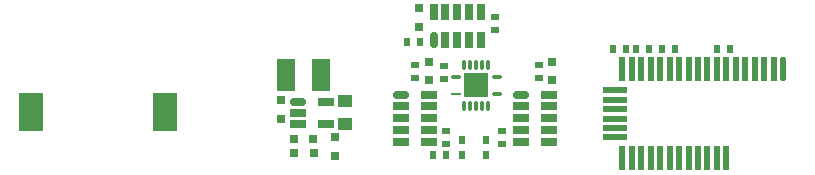
<source format=gtp>
G04 Layer_Color=8421504*
%FSLAX25Y25*%
%MOIN*%
G70*
G01*
G75*
%ADD10O,0.03347X0.01102*%
%ADD11O,0.01102X0.03347*%
%ADD12R,0.08071X0.08071*%
%ADD13R,0.03347X0.01102*%
%ADD15R,0.05315X0.02559*%
G04:AMPARAMS|DCode=16|XSize=53.15mil|YSize=25.59mil|CornerRadius=6.4mil|HoleSize=0mil|Usage=FLASHONLY|Rotation=0.000|XOffset=0mil|YOffset=0mil|HoleType=Round|Shape=RoundedRectangle|*
%AMROUNDEDRECTD16*
21,1,0.05315,0.01280,0,0,0.0*
21,1,0.04035,0.02559,0,0,0.0*
1,1,0.01280,0.02018,-0.00640*
1,1,0.01280,-0.02018,-0.00640*
1,1,0.01280,-0.02018,0.00640*
1,1,0.01280,0.02018,0.00640*
%
%ADD16ROUNDEDRECTD16*%
%ADD17R,0.02559X0.05315*%
G04:AMPARAMS|DCode=18|XSize=53.15mil|YSize=25.59mil|CornerRadius=6.4mil|HoleSize=0mil|Usage=FLASHONLY|Rotation=90.000|XOffset=0mil|YOffset=0mil|HoleType=Round|Shape=RoundedRectangle|*
%AMROUNDEDRECTD18*
21,1,0.05315,0.01280,0,0,90.0*
21,1,0.04035,0.02559,0,0,90.0*
1,1,0.01280,0.00640,0.02018*
1,1,0.01280,0.00640,-0.02018*
1,1,0.01280,-0.00640,-0.02018*
1,1,0.01280,-0.00640,0.02018*
%
%ADD18ROUNDEDRECTD18*%
%ADD19R,0.02165X0.03110*%
%ADD20R,0.03150X0.03150*%
%ADD21R,0.01969X0.08268*%
G04:AMPARAMS|DCode=22|XSize=82.68mil|YSize=19.69mil|CornerRadius=4.92mil|HoleSize=0mil|Usage=FLASHONLY|Rotation=270.000|XOffset=0mil|YOffset=0mil|HoleType=Round|Shape=RoundedRectangle|*
%AMROUNDEDRECTD22*
21,1,0.08268,0.00984,0,0,270.0*
21,1,0.07284,0.01969,0,0,270.0*
1,1,0.00984,-0.00492,-0.03642*
1,1,0.00984,-0.00492,0.03642*
1,1,0.00984,0.00492,0.03642*
1,1,0.00984,0.00492,-0.03642*
%
%ADD22ROUNDEDRECTD22*%
%ADD23R,0.08268X0.01969*%
%ADD24R,0.07992X0.12520*%
%ADD26R,0.06299X0.10630*%
%ADD27R,0.04724X0.03937*%
%ADD28R,0.03150X0.03150*%
%ADD29R,0.02362X0.02756*%
%ADD30R,0.02756X0.02362*%
D10*
X169980Y34350D02*
D03*
X183563Y28445D02*
D03*
Y34350D02*
D03*
D11*
X174803Y38189D02*
D03*
X176772D02*
D03*
X178740D02*
D03*
X180709D02*
D03*
X172835D02*
D03*
Y24606D02*
D03*
X180709D02*
D03*
X178740D02*
D03*
X176772D02*
D03*
X174803D02*
D03*
D12*
X176772Y31398D02*
D03*
D13*
X169980Y28445D02*
D03*
D15*
X117323Y18504D02*
D03*
X117323Y22244D02*
D03*
X126772Y25984D02*
D03*
Y18504D02*
D03*
X161024Y12598D02*
D03*
Y16535D02*
D03*
Y20472D02*
D03*
Y28346D02*
D03*
Y24409D02*
D03*
X151575D02*
D03*
X151575Y20472D02*
D03*
Y16535D02*
D03*
Y12598D02*
D03*
X200984Y12598D02*
D03*
Y16535D02*
D03*
Y20472D02*
D03*
Y28346D02*
D03*
Y24409D02*
D03*
X191535D02*
D03*
X191535Y20472D02*
D03*
Y16535D02*
D03*
Y12598D02*
D03*
D16*
X117323Y25984D02*
D03*
X151575Y28346D02*
D03*
X191535Y28346D02*
D03*
D17*
X178287Y55905D02*
D03*
X174350D02*
D03*
X170413D02*
D03*
X162539D02*
D03*
X166476D02*
D03*
Y46457D02*
D03*
X170413Y46457D02*
D03*
X174350D02*
D03*
X178287D02*
D03*
D18*
X162539Y46457D02*
D03*
D19*
X180098Y13091D02*
D03*
Y8169D02*
D03*
X171870D02*
D03*
Y13091D02*
D03*
D20*
X116142Y9055D02*
D03*
X122638D02*
D03*
X116142Y13484D02*
D03*
X122441D02*
D03*
D21*
X225492Y36811D02*
D03*
X250689D02*
D03*
X247539D02*
D03*
X241240D02*
D03*
X244390D02*
D03*
X231791D02*
D03*
X228642D02*
D03*
X234941D02*
D03*
X238090D02*
D03*
X263287D02*
D03*
X260138D02*
D03*
X253838D02*
D03*
X256988D02*
D03*
X269586D02*
D03*
X266437D02*
D03*
X272736D02*
D03*
X275886D02*
D03*
X225492Y7087D02*
D03*
X250689D02*
D03*
X247539D02*
D03*
X241240D02*
D03*
X244390D02*
D03*
X231791D02*
D03*
X228642D02*
D03*
X234941D02*
D03*
X238090D02*
D03*
X260138D02*
D03*
X253838D02*
D03*
X256988D02*
D03*
D22*
X279035Y36811D02*
D03*
D23*
X222933Y26673D02*
D03*
Y23524D02*
D03*
Y17224D02*
D03*
Y20374D02*
D03*
Y29823D02*
D03*
Y14075D02*
D03*
D24*
X28485Y22638D02*
D03*
X73091D02*
D03*
D26*
X125099Y34843D02*
D03*
X113288D02*
D03*
D27*
X132874Y26280D02*
D03*
Y18406D02*
D03*
D28*
X157677Y50787D02*
D03*
Y57087D02*
D03*
X129823Y14075D02*
D03*
Y7776D02*
D03*
X111614Y26673D02*
D03*
Y20374D02*
D03*
X202067Y33071D02*
D03*
Y39370D02*
D03*
X160925Y33071D02*
D03*
Y39370D02*
D03*
D29*
X153642Y45768D02*
D03*
X157972D02*
D03*
X256988Y43701D02*
D03*
X261319D02*
D03*
X242913D02*
D03*
X238583D02*
D03*
X230118Y43701D02*
D03*
X234449D02*
D03*
X226772Y43701D02*
D03*
X222441D02*
D03*
X162492Y8276D02*
D03*
X166823D02*
D03*
D30*
X166740Y12016D02*
D03*
Y16346D02*
D03*
X156397Y38386D02*
D03*
Y34055D02*
D03*
X197638Y38386D02*
D03*
Y34055D02*
D03*
X185335Y16339D02*
D03*
Y12008D02*
D03*
X166043Y33563D02*
D03*
Y37894D02*
D03*
X183071Y54232D02*
D03*
Y49902D02*
D03*
M02*

</source>
